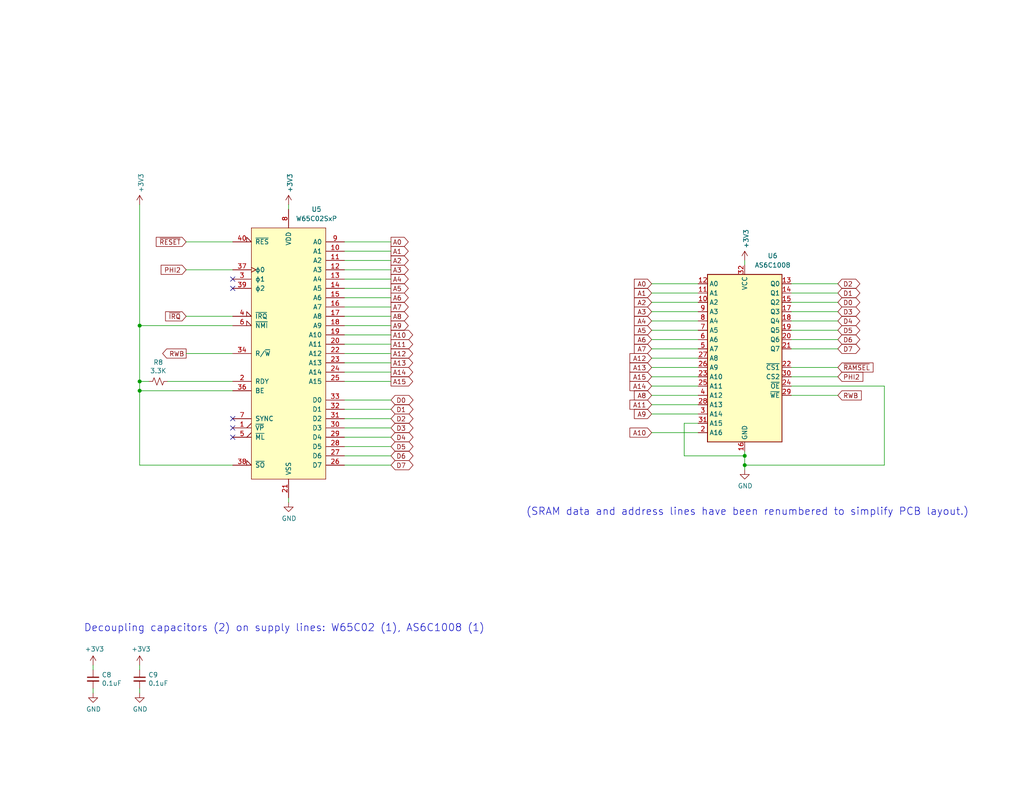
<source format=kicad_sch>
(kicad_sch (version 20211123) (generator eeschema)
  (paper "USLetter")
  (title_block (title "65C02 Microprocessor and Static RAM") (date "2023-04-18") (rev "A"))
  (lib_symbols
    (symbol "65xx:W65C02SxP" (pin_names (offset 1.016))
      (property "Reference" "U" (at -10.16 35.56 0))
      (property "Value" "W65C02SxP" (at 0 0 90))
      (symbol "W65C02SxP_0_1"
        (rectangle (start -10.16 34.29) (end 10.16 -34.29) (fill (type background)))
      )
      (symbol "W65C02SxP_1_1"
        (pin output output_low (at -15.24 -20.32 0) (length 5.08) (name "~{VP}") (number "1"))
        (pin tri_state line (at 15.24 27.94 180) (length 5.08) (name "A1") (number "10"))
        (pin tri_state line (at 15.24 25.4 180) (length 5.08) (name "A2") (number "11"))
        (pin tri_state line (at 15.24 22.86 180) (length 5.08) (name "A3") (number "12"))
        (pin tri_state line (at 15.24 20.32 180) (length 5.08) (name "A4") (number "13"))
        (pin tri_state line (at 15.24 17.78 180) (length 5.08) (name "A5") (number "14"))
        (pin tri_state line (at 15.24 15.24 180) (length 5.08) (name "A6") (number "15"))
        (pin tri_state line (at 15.24 12.7 180) (length 5.08) (name "A7") (number "16"))
        (pin tri_state line (at 15.24 10.16 180) (length 5.08) (name "A8") (number "17"))
        (pin tri_state line (at 15.24 7.62 180) (length 5.08) (name "A9") (number "18"))
        (pin tri_state line (at 15.24 5.08 180) (length 5.08) (name "A10") (number "19"))
        (pin open_collector line (at -15.24 -7.62 0) (length 5.08) (name "RDY") (number "2"))
        (pin tri_state line (at 15.24 2.54 180) (length 5.08) (name "A11") (number "20"))
        (pin power_in line (at 0 -39.37 90) (length 5.08) (name "VSS") (number "21"))
        (pin tri_state line (at 15.24 0 180) (length 5.08) (name "A12") (number "22"))
        (pin tri_state line (at 15.24 -2.54 180) (length 5.08) (name "A13") (number "23"))
        (pin tri_state line (at 15.24 -5.08 180) (length 5.08) (name "A14") (number "24"))
        (pin tri_state line (at 15.24 -7.62 180) (length 5.08) (name "A15") (number "25"))
        (pin bidirectional line (at 15.24 -30.48 180) (length 5.08) (name "D7") (number "26"))
        (pin bidirectional line (at 15.24 -27.94 180) (length 5.08) (name "D6") (number "27"))
        (pin bidirectional line (at 15.24 -25.4 180) (length 5.08) (name "D5") (number "28"))
        (pin bidirectional line (at 15.24 -22.86 180) (length 5.08) (name "D4") (number "29"))
        (pin output line (at -15.24 20.32 0) (length 5.08) (name "ϕ1") (number "3"))
        (pin bidirectional line (at 15.24 -20.32 180) (length 5.08) (name "D3") (number "30"))
        (pin bidirectional line (at 15.24 -17.78 180) (length 5.08) (name "D2") (number "31"))
        (pin bidirectional line (at 15.24 -15.24 180) (length 5.08) (name "D1") (number "32"))
        (pin bidirectional line (at 15.24 -12.7 180) (length 5.08) (name "D0") (number "33"))
        (pin tri_state line (at -15.24 0 0) (length 5.08) (name "R/~{W}") (number "34"))
        (pin no_connect non_logic (at -10.16 -27.94 0) (length 2.54) hide (name "nc") (number "35"))
        (pin input line (at -15.24 -10.16 0) (length 5.08) (name "BE") (number "36"))
        (pin input clock (at -15.24 22.86 0) (length 5.08) (name "ϕ0") (number "37"))
        (pin input input_low (at -15.24 -30.48 0) (length 5.08) (name "~{SO}") (number "38"))
        (pin output line (at -15.24 17.78 0) (length 5.08) (name "ϕ2") (number "39"))
        (pin input input_low (at -15.24 10.16 0) (length 5.08) (name "~{IRQ}") (number "4"))
        (pin input input_low (at -15.24 30.48 0) (length 5.08) (name "~{RES}") (number "40"))
        (pin output output_low (at -15.24 -22.86 0) (length 5.08) (name "~{ML}") (number "5"))
        (pin input input_low (at -15.24 7.62 0) (length 5.08) (name "~{NMI}") (number "6"))
        (pin output line (at -15.24 -17.78 0) (length 5.08) (name "SYNC") (number "7"))
        (pin power_in line (at 0 39.37 270) (length 5.08) (name "VDD") (number "8"))
        (pin tri_state line (at 15.24 30.48 180) (length 5.08) (name "A0") (number "9"))
      )
    )
    (symbol "Device:C_Small" (pin_numbers hide) (pin_names (offset 0.254) hide)
      (property "Reference" "C" (at 0.254 1.778 0))
      (property "Value" "C_Small" (at 0.254 -2.032 0))
      (symbol "C_Small_0_1"
        (polyline (pts (xy -1.524 -0.508) (xy 1.524 -0.508)) (stroke (width 0.3302)))
        (polyline (pts (xy -1.524 0.508) (xy 1.524 0.508)) (stroke (width 0.3048)))
      )
      (symbol "C_Small_1_1"
        (pin passive line (at 0 2.54 270) (length 2.032) (name "~") (number "1"))
        (pin passive line (at 0 -2.54 90) (length 2.032) (name "~") (number "2"))
      )
    )
    (symbol "Device:R_Small_US" (pin_numbers hide) (pin_names (offset 0.254) hide)
      (property "Reference" "R" (at 0.762 0.508 0))
      (property "Value" "R_Small_US" (at 0.762 -1.016 0))
      (symbol "R_Small_US_1_1"
        (polyline (pts (xy 0 0) (xy 1.016 -0.381) (xy 0 -0.762) (xy -1.016 -1.143) (xy 0 -1.524)))
        (polyline (pts (xy 0 1.524) (xy 1.016 1.143) (xy 0 0.762) (xy -1.016 0.381) (xy 0 0)))
        (pin passive line (at 0 2.54 270) (length 1.016) (name "~") (number "1"))
        (pin passive line (at 0 -2.54 90) (length 1.016) (name "~") (number "2"))
      )
    )
    (symbol "Memory_RAM:628128_DIP32_SSOP32"
      (property "Reference" "U" (at -10.16 23.495 0))
      (property "Value" "628128_DIP32_SSOP32" (at 2.54 23.495 0))
      (symbol "628128_DIP32_SSOP32_0_0"
        (pin power_in line (at 0 -25.4 90) (length 2.54) (name "GND") (number "16"))
        (pin power_in line (at 0 25.4 270) (length 2.54) (name "VCC") (number "32"))
      )
      (symbol "628128_DIP32_SSOP32_0_1"
        (rectangle (start -10.16 22.86) (end 10.16 -22.86) (stroke (width 0.254)) (fill (type background)))
      )
      (symbol "628128_DIP32_SSOP32_1_1"
        (pin no_connect line (at 10.16 -20.32 180) (length 2.54) hide (name "NC") (number "1"))
        (pin input line (at -12.7 15.24 0) (length 2.54) (name "A2") (number "10"))
        (pin input line (at -12.7 17.78 0) (length 2.54) (name "A1") (number "11"))
        (pin input line (at -12.7 20.32 0) (length 2.54) (name "A0") (number "12"))
        (pin tri_state line (at 12.7 20.32 180) (length 2.54) (name "Q0") (number "13"))
        (pin tri_state line (at 12.7 17.78 180) (length 2.54) (name "Q1") (number "14"))
        (pin tri_state line (at 12.7 15.24 180) (length 2.54) (name "Q2") (number "15"))
        (pin tri_state line (at 12.7 12.7 180) (length 2.54) (name "Q3") (number "17"))
        (pin tri_state line (at 12.7 10.16 180) (length 2.54) (name "Q4") (number "18"))
        (pin tri_state line (at 12.7 7.62 180) (length 2.54) (name "Q5") (number "19"))
        (pin input line (at -12.7 -20.32 0) (length 2.54) (name "A16") (number "2"))
        (pin tri_state line (at 12.7 5.08 180) (length 2.54) (name "Q6") (number "20"))
        (pin tri_state line (at 12.7 2.54 180) (length 2.54) (name "Q7") (number "21"))
        (pin input line (at 12.7 -2.54 180) (length 2.54) (name "~{CS1}") (number "22"))
        (pin input line (at -12.7 -5.08 0) (length 2.54) (name "A10") (number "23"))
        (pin input line (at 12.7 -7.62 180) (length 2.54) (name "~{OE}") (number "24"))
        (pin input line (at -12.7 -7.62 0) (length 2.54) (name "A11") (number "25"))
        (pin input line (at -12.7 -2.54 0) (length 2.54) (name "A9") (number "26"))
        (pin input line (at -12.7 0 0) (length 2.54) (name "A8") (number "27"))
        (pin input line (at -12.7 -12.7 0) (length 2.54) (name "A13") (number "28"))
        (pin input line (at 12.7 -10.16 180) (length 2.54) (name "~{WE}") (number "29"))
        (pin input line (at -12.7 -15.24 0) (length 2.54) (name "A14") (number "3"))
        (pin input line (at 12.7 -5.08 180) (length 2.54) (name "CS2") (number "30"))
        (pin input line (at -12.7 -17.78 0) (length 2.54) (name "A15") (number "31"))
        (pin input line (at -12.7 -10.16 0) (length 2.54) (name "A12") (number "4"))
        (pin input line (at -12.7 2.54 0) (length 2.54) (name "A7") (number "5"))
        (pin input line (at -12.7 5.08 0) (length 2.54) (name "A6") (number "6"))
        (pin input line (at -12.7 7.62 0) (length 2.54) (name "A5") (number "7"))
        (pin input line (at -12.7 10.16 0) (length 2.54) (name "A4") (number "8"))
        (pin input line (at -12.7 12.7 0) (length 2.54) (name "A3") (number "9"))
      )
    )
    (symbol "power:+3.3V" (power) (pin_names (offset 0))
      (property "Value" "+3.3V" (at 0 3.556 0))
      (symbol "+3.3V_0_1"
        (polyline (pts (xy -0.762 1.27) (xy 0 2.54)))
        (polyline (pts (xy 0 0) (xy 0 2.54)))
        (polyline (pts (xy 0 2.54) (xy 0.762 1.27)))
      )
      (symbol "+3.3V_1_1"
        (pin power_in line (at 0 0 90) (length 0) hide (name "+3V3") (number "1"))
      )
    )
    (symbol "power:GND" (power) (pin_names (offset 0))
      (property "Value" "GND" (at 0 -3.81 0))
      (symbol "GND_0_1"
        (polyline (pts (xy 0 0) (xy 0 -1.27) (xy 1.27 -1.27) (xy 0 -2.54) (xy -1.27 -1.27) (xy 0 -1.27)))
      )
      (symbol "GND_1_1"
        (pin power_in line (at 0 0 270) (length 0) hide (name "GND") (number "1"))
      )
    )
  )
  (junction (at 38.1 88.9))
  (junction (at 203.2 127))
  (junction (at 38.1 104.14))
  (junction (at 203.2 124.46))
  (junction (at 38.1 106.68))
  (no_connect (at 63.5 78.74))
  (no_connect (at 63.5 76.2))
  (no_connect (at 63.5 116.84))
  (no_connect (at 63.5 114.3))
  (no_connect (at 63.5 119.38))
  (wire (pts (xy 177.8 102.87) (xy 190.5 102.87)))
  (wire (pts (xy 93.98 96.52) (xy 106.68 96.52)))
  (wire (pts (xy 25.4 189.23) (xy 25.4 187.96)))
  (wire (pts (xy 215.9 92.71) (xy 228.6 92.71)))
  (wire (pts (xy 177.8 100.33) (xy 190.5 100.33)))
  (wire (pts (xy 241.3 105.41) (xy 215.9 105.41)))
  (wire (pts (xy 93.98 116.84) (xy 106.68 116.84)))
  (wire (pts (xy 93.98 119.38) (xy 106.68 119.38)))
  (wire (pts (xy 215.9 80.01) (xy 228.6 80.01)))
  (wire (pts (xy 203.2 124.46) (xy 203.2 127)))
  (wire (pts (xy 93.98 88.9) (xy 106.68 88.9)))
  (wire (pts (xy 177.8 118.11) (xy 190.5 118.11)))
  (wire (pts (xy 93.98 124.46) (xy 106.68 124.46)))
  (wire (pts (xy 63.5 127) (xy 38.1 127)))
  (wire (pts (xy 38.1 106.68) (xy 38.1 104.14)))
  (wire (pts (xy 93.98 104.14) (xy 106.68 104.14)))
  (wire (pts (xy 177.8 82.55) (xy 190.5 82.55)))
  (wire (pts (xy 25.4 182.88) (xy 25.4 181.61)))
  (wire (pts (xy 177.8 97.79) (xy 190.5 97.79)))
  (wire (pts (xy 177.8 105.41) (xy 190.5 105.41)))
  (wire (pts (xy 38.1 127) (xy 38.1 106.68)))
  (wire (pts (xy 93.98 71.12) (xy 106.68 71.12)))
  (wire (pts (xy 40.64 104.14) (xy 38.1 104.14)))
  (wire (pts (xy 93.98 93.98) (xy 106.68 93.98)))
  (wire (pts (xy 186.69 115.57) (xy 186.69 124.46)))
  (wire (pts (xy 186.69 115.57) (xy 190.5 115.57)))
  (wire (pts (xy 93.98 99.06) (xy 106.68 99.06)))
  (wire (pts (xy 177.8 113.03) (xy 190.5 113.03)))
  (wire (pts (xy 203.2 127) (xy 241.3 127)))
  (wire (pts (xy 50.8 66.04) (xy 63.5 66.04)))
  (wire (pts (xy 177.8 85.09) (xy 190.5 85.09)))
  (wire (pts (xy 177.8 77.47) (xy 190.5 77.47)))
  (wire (pts (xy 203.2 127) (xy 203.2 128.27)))
  (wire (pts (xy 38.1 182.88) (xy 38.1 181.61)))
  (wire (pts (xy 215.9 87.63) (xy 228.6 87.63)))
  (wire (pts (xy 215.9 107.95) (xy 228.6 107.95)))
  (wire (pts (xy 177.8 90.17) (xy 190.5 90.17)))
  (wire (pts (xy 215.9 95.25) (xy 228.6 95.25)))
  (wire (pts (xy 38.1 189.23) (xy 38.1 187.96)))
  (wire (pts (xy 203.2 123.19) (xy 203.2 124.46)))
  (wire (pts (xy 177.8 92.71) (xy 190.5 92.71)))
  (wire (pts (xy 93.98 78.74) (xy 106.68 78.74)))
  (wire (pts (xy 93.98 109.22) (xy 106.68 109.22)))
  (wire (pts (xy 177.8 107.95) (xy 190.5 107.95)))
  (wire (pts (xy 50.8 86.36) (xy 63.5 86.36)))
  (wire (pts (xy 215.9 77.47) (xy 228.6 77.47)))
  (wire (pts (xy 78.74 137.16) (xy 78.74 135.89)))
  (wire (pts (xy 93.98 66.04) (xy 106.68 66.04)))
  (wire (pts (xy 215.9 85.09) (xy 228.6 85.09)))
  (wire (pts (xy 93.98 91.44) (xy 106.68 91.44)))
  (wire (pts (xy 177.8 95.25) (xy 190.5 95.25)))
  (wire (pts (xy 38.1 104.14) (xy 38.1 88.9)))
  (wire (pts (xy 215.9 100.33) (xy 228.6 100.33)))
  (wire (pts (xy 38.1 88.9) (xy 38.1 55.88)))
  (wire (pts (xy 215.9 82.55) (xy 228.6 82.55)))
  (wire (pts (xy 215.9 90.17) (xy 228.6 90.17)))
  (wire (pts (xy 50.8 73.66) (xy 63.5 73.66)))
  (wire (pts (xy 63.5 88.9) (xy 38.1 88.9)))
  (wire (pts (xy 93.98 127) (xy 106.68 127)))
  (wire (pts (xy 78.74 55.88) (xy 78.74 57.15)))
  (wire (pts (xy 93.98 76.2) (xy 106.68 76.2)))
  (wire (pts (xy 63.5 106.68) (xy 38.1 106.68)))
  (wire (pts (xy 186.69 124.46) (xy 203.2 124.46)))
  (wire (pts (xy 93.98 68.58) (xy 106.68 68.58)))
  (wire (pts (xy 177.8 110.49) (xy 190.5 110.49)))
  (wire (pts (xy 93.98 101.6) (xy 106.68 101.6)))
  (wire (pts (xy 45.72 104.14) (xy 63.5 104.14)))
  (wire (pts (xy 177.8 80.01) (xy 190.5 80.01)))
  (wire (pts (xy 50.8 96.52) (xy 63.5 96.52)))
  (wire (pts (xy 93.98 73.66) (xy 106.68 73.66)))
  (wire (pts (xy 93.98 81.28) (xy 106.68 81.28)))
  (wire (pts (xy 241.3 127) (xy 241.3 105.41)))
  (wire (pts (xy 93.98 114.3) (xy 106.68 114.3)))
  (wire (pts (xy 203.2 71.12) (xy 203.2 72.39)))
  (wire (pts (xy 177.8 87.63) (xy 190.5 87.63)))
  (wire (pts (xy 93.98 111.76) (xy 106.68 111.76)))
  (wire (pts (xy 93.98 86.36) (xy 106.68 86.36)))
  (wire (pts (xy 93.98 83.82) (xy 106.68 83.82)))
  (wire (pts (xy 215.9 102.87) (xy 228.6 102.87)))
  (wire (pts (xy 93.98 121.92) (xy 106.68 121.92)))
  (text "(SRAM data and address lines have been renumbered to simplify PCB layout.)" (at 143.51 140.97 0) (effects (font (size 2.0066 2.0066)) (justify left bottom)))
  (text "Decoupling capacitors (2) on supply lines: W65C02 (1), AS6C1008 (1)" (at 22.86 172.72 0) (effects (font (size 2.0066 2.0066)) (justify left bottom)))
  (global_label "A14" (shape output) (at 106.68 101.6 0) (property "Intersheet References" "${INTERSHEET_REFS}" (effects hide)))
  (global_label "A3" (shape output) (at 106.68 73.66 0) (property "Intersheet References" "${INTERSHEET_REFS}" (effects hide)))
  (global_label "A1" (shape output) (at 106.68 68.58 0) (property "Intersheet References" "${INTERSHEET_REFS}" (effects hide)))
  (global_label "RWB" (shape output) (at 50.8 96.52 180) (property "Intersheet References" "${INTERSHEET_REFS}" (effects hide)))
  (global_label "~{RAMSEL}" (shape input) (at 228.6 100.33 0) (property "Intersheet References" "${INTERSHEET_REFS}" (effects hide)))
  (global_label "A1" (shape input) (at 177.8 80.01 180) (property "Intersheet References" "${INTERSHEET_REFS}" (effects hide)))
  (global_label "D6" (shape bidirectional) (at 106.68 124.46 0) (property "Intersheet References" "${INTERSHEET_REFS}" (effects hide)))
  (global_label "PHI2" (shape input) (at 50.8 73.66 180) (property "Intersheet References" "${INTERSHEET_REFS}" (effects hide)))
  (global_label "A7" (shape input) (at 177.8 95.25 180) (property "Intersheet References" "${INTERSHEET_REFS}" (effects hide)))
  (global_label "A13" (shape input) (at 177.8 100.33 180) (property "Intersheet References" "${INTERSHEET_REFS}" (effects hide)))
  (global_label "A8" (shape input) (at 177.8 107.95 180) (property "Intersheet References" "${INTERSHEET_REFS}" (effects hide)))
  (global_label "A11" (shape output) (at 106.68 93.98 0) (property "Intersheet References" "${INTERSHEET_REFS}" (effects hide)))
  (global_label "A0" (shape output) (at 106.68 66.04 0) (property "Intersheet References" "${INTERSHEET_REFS}" (effects hide)))
  (global_label "RWB" (shape input) (at 228.6 107.95 0) (property "Intersheet References" "${INTERSHEET_REFS}" (effects hide)))
  (global_label "D5" (shape bidirectional) (at 228.6 90.17 0) (property "Intersheet References" "${INTERSHEET_REFS}" (effects hide)))
  (global_label "A11" (shape input) (at 177.8 110.49 180) (property "Intersheet References" "${INTERSHEET_REFS}" (effects hide)))
  (global_label "~{RESET}" (shape input) (at 50.8 66.04 180) (property "Intersheet References" "${INTERSHEET_REFS}" (effects hide)))
  (global_label "D3" (shape bidirectional) (at 228.6 85.09 0) (property "Intersheet References" "${INTERSHEET_REFS}" (effects hide)))
  (global_label "D0" (shape bidirectional) (at 228.6 82.55 0) (property "Intersheet References" "${INTERSHEET_REFS}" (effects hide)))
  (global_label "A13" (shape output) (at 106.68 99.06 0) (property "Intersheet References" "${INTERSHEET_REFS}" (effects hide)))
  (global_label "A2" (shape input) (at 177.8 82.55 180) (property "Intersheet References" "${INTERSHEET_REFS}" (effects hide)))
  (global_label "A10" (shape input) (at 177.8 118.11 180) (property "Intersheet References" "${INTERSHEET_REFS}" (effects hide)))
  (global_label "A4" (shape input) (at 177.8 87.63 180) (property "Intersheet References" "${INTERSHEET_REFS}" (effects hide)))
  (global_label "D4" (shape bidirectional) (at 228.6 87.63 0) (property "Intersheet References" "${INTERSHEET_REFS}" (effects hide)))
  (global_label "D7" (shape bidirectional) (at 228.6 95.25 0) (property "Intersheet References" "${INTERSHEET_REFS}" (effects hide)))
  (global_label "D2" (shape bidirectional) (at 228.6 77.47 0) (property "Intersheet References" "${INTERSHEET_REFS}" (effects hide)))
  (global_label "D5" (shape bidirectional) (at 106.68 121.92 0) (property "Intersheet References" "${INTERSHEET_REFS}" (effects hide)))
  (global_label "A12" (shape output) (at 106.68 96.52 0) (property "Intersheet References" "${INTERSHEET_REFS}" (effects hide)))
  (global_label "A0" (shape input) (at 177.8 77.47 180) (property "Intersheet References" "${INTERSHEET_REFS}" (effects hide)))
  (global_label "A15" (shape output) (at 106.68 104.14 0) (property "Intersheet References" "${INTERSHEET_REFS}" (effects hide)))
  (global_label "~{IRQ}" (shape input) (at 50.8 86.36 180) (property "Intersheet References" "${INTERSHEET_REFS}" (effects hide)))
  (global_label "A10" (shape output) (at 106.68 91.44 0) (property "Intersheet References" "${INTERSHEET_REFS}" (effects hide)))
  (global_label "D1" (shape bidirectional) (at 106.68 111.76 0) (property "Intersheet References" "${INTERSHEET_REFS}" (effects hide)))
  (global_label "A5" (shape output) (at 106.68 78.74 0) (property "Intersheet References" "${INTERSHEET_REFS}" (effects hide)))
  (global_label "D0" (shape bidirectional) (at 106.68 109.22 0) (property "Intersheet References" "${INTERSHEET_REFS}" (effects hide)))
  (global_label "A6" (shape input) (at 177.8 92.71 180) (property "Intersheet References" "${INTERSHEET_REFS}" (effects hide)))
  (global_label "A15" (shape input) (at 177.8 102.87 180) (property "Intersheet References" "${INTERSHEET_REFS}" (effects hide)))
  (global_label "D7" (shape bidirectional) (at 106.68 127 0) (property "Intersheet References" "${INTERSHEET_REFS}" (effects hide)))
  (global_label "A7" (shape output) (at 106.68 83.82 0) (property "Intersheet References" "${INTERSHEET_REFS}" (effects hide)))
  (global_label "A6" (shape output) (at 106.68 81.28 0) (property "Intersheet References" "${INTERSHEET_REFS}" (effects hide)))
  (global_label "A9" (shape output) (at 106.68 88.9 0) (property "Intersheet References" "${INTERSHEET_REFS}" (effects hide)))
  (global_label "A12" (shape input) (at 177.8 97.79 180) (property "Intersheet References" "${INTERSHEET_REFS}" (effects hide)))
  (global_label "A9" (shape input) (at 177.8 113.03 180) (property "Intersheet References" "${INTERSHEET_REFS}" (effects hide)))
  (global_label "A4" (shape output) (at 106.68 76.2 0) (property "Intersheet References" "${INTERSHEET_REFS}" (effects hide)))
  (global_label "D1" (shape bidirectional) (at 228.6 80.01 0) (property "Intersheet References" "${INTERSHEET_REFS}" (effects hide)))
  (global_label "D2" (shape bidirectional) (at 106.68 114.3 0) (property "Intersheet References" "${INTERSHEET_REFS}" (effects hide)))
  (global_label "D6" (shape bidirectional) (at 228.6 92.71 0) (property "Intersheet References" "${INTERSHEET_REFS}" (effects hide)))
  (global_label "A3" (shape input) (at 177.8 85.09 180) (property "Intersheet References" "${INTERSHEET_REFS}" (effects hide)))
  (global_label "D3" (shape bidirectional) (at 106.68 116.84 0) (property "Intersheet References" "${INTERSHEET_REFS}" (effects hide)))
  (global_label "PHI2" (shape input) (at 228.6 102.87 0) (property "Intersheet References" "${INTERSHEET_REFS}" (effects hide)))
  (global_label "A14" (shape input) (at 177.8 105.41 180) (property "Intersheet References" "${INTERSHEET_REFS}" (effects hide)))
  (global_label "A8" (shape output) (at 106.68 86.36 0) (property "Intersheet References" "${INTERSHEET_REFS}" (effects hide)))
  (global_label "A2" (shape output) (at 106.68 71.12 0) (property "Intersheet References" "${INTERSHEET_REFS}" (effects hide)))
  (global_label "D4" (shape bidirectional) (at 106.68 119.38 0) (property "Intersheet References" "${INTERSHEET_REFS}" (effects hide)))
  (global_label "A5" (shape input) (at 177.8 90.17 180) (property "Intersheet References" "${INTERSHEET_REFS}" (effects hide)))
  (symbol (lib_id "65xx:W65C02SxP") (at 78.74 96.52 0) (unit 1)
    (property "Reference" "U5" (at 86.36 57.15 0))
    (property "Value" "W65C02SxP" (at 86.36 59.69 0))
    (property "Footprint" "Package_DIP:DIP-40_W15.24mm_Socket" (effects hide))
    (property "Datasheet" "http://www.westerndesigncenter.com/wdc/documentation/w65c02s.pdf" (effects hide))
  )
  (symbol (lib_id "power:GND") (at 78.74 137.16 0) (unit 1)
    (property "Reference" "#PWR026" (effects hide))
    (property "Value" "GND" (at 78.867 141.5542 0))
  )
  (symbol (lib_id "power:+3.3V") (at 78.74 55.88 0) (unit 1)
    (property "Reference" "#PWR025" (effects hide))
    (property "Value" "+3.3V" (at 79.121 52.6288 90) (effects (justify left)))
  )
  (symbol (lib_id "power:+3.3V") (at 38.1 55.88 0) (unit 1)
    (property "Reference" "#PWR022" (effects hide))
    (property "Value" "+3.3V" (at 38.481 52.6288 90) (effects (justify left)))
  )
  (symbol (lib_id "Device:R_Small_US") (at 43.18 104.14 270) (unit 1)
    (property "Reference" "R8" (at 43.18 98.933 90))
    (property "Value" "3.3K" (at 43.18 101.2444 90))
    (property "Footprint" "Resistor_THT:R_Axial_DIN0207_L6.3mm_D2.5mm_P7.62mm_Horizontal" (effects hide))
  )
  (symbol (lib_id "Memory_RAM:628128_DIP32_SSOP32") (at 203.2 97.79 0) (unit 1)
    (property "Reference" "U6" (at 210.82 69.85 0))
    (property "Value" "AS6C1008" (at 210.82 72.39 0))
    (property "Footprint" "Package_DIP:DIP-32_W15.24mm_Socket" (effects hide))
    (property "Datasheet" "http://www.futurlec.com/Datasheet/Memory/628128.pdf" (effects hide))
  )
  (symbol (lib_id "power:+3.3V") (at 203.2 71.12 0) (unit 1)
    (property "Reference" "#PWR027" (effects hide))
    (property "Value" "+3.3V" (at 203.581 67.8688 90) (effects (justify left)))
  )
  (symbol (lib_id "power:GND") (at 203.2 128.27 0) (unit 1)
    (property "Reference" "#PWR028" (effects hide))
    (property "Value" "GND" (at 203.327 132.6642 0))
  )
  (symbol (lib_id "Device:C_Small") (at 25.4 185.42 0) (unit 1)
    (property "Reference" "C8" (at 27.7368 184.2516 0) (effects (justify left)))
    (property "Value" "0.1uF" (at 27.7368 186.563 0) (effects (justify left)))
    (property "Footprint" "Capacitor_THT:C_Disc_D3.8mm_W2.6mm_P2.50mm" (effects hide))
  )
  (symbol (lib_id "power:GND") (at 25.4 189.23 0) (unit 1)
    (property "Reference" "#PWR021" (effects hide))
    (property "Value" "GND" (at 25.527 193.6242 0))
  )
  (symbol (lib_id "Device:C_Small") (at 38.1 185.42 0) (unit 1)
    (property "Reference" "C9" (at 40.4368 184.2516 0) (effects (justify left)))
    (property "Value" "0.1uF" (at 40.4368 186.563 0) (effects (justify left)))
    (property "Footprint" "Capacitor_THT:C_Disc_D3.8mm_W2.6mm_P2.50mm" (effects hide))
  )
  (symbol (lib_id "power:GND") (at 38.1 189.23 0) (unit 1)
    (property "Reference" "#PWR024" (effects hide))
    (property "Value" "GND" (at 38.227 193.6242 0))
  )
  (symbol (lib_id "power:+3.3V") (at 25.4 181.61 0) (unit 1)
    (property "Reference" "#PWR020" (effects hide))
    (property "Value" "+3.3V" (at 25.781 177.2158 0))
  )
  (symbol (lib_id "power:+3.3V") (at 38.1 181.61 0) (unit 1)
    (property "Reference" "#PWR023" (effects hide))
    (property "Value" "+3.3V" (at 38.481 177.2158 0))
  )
)
</source>
